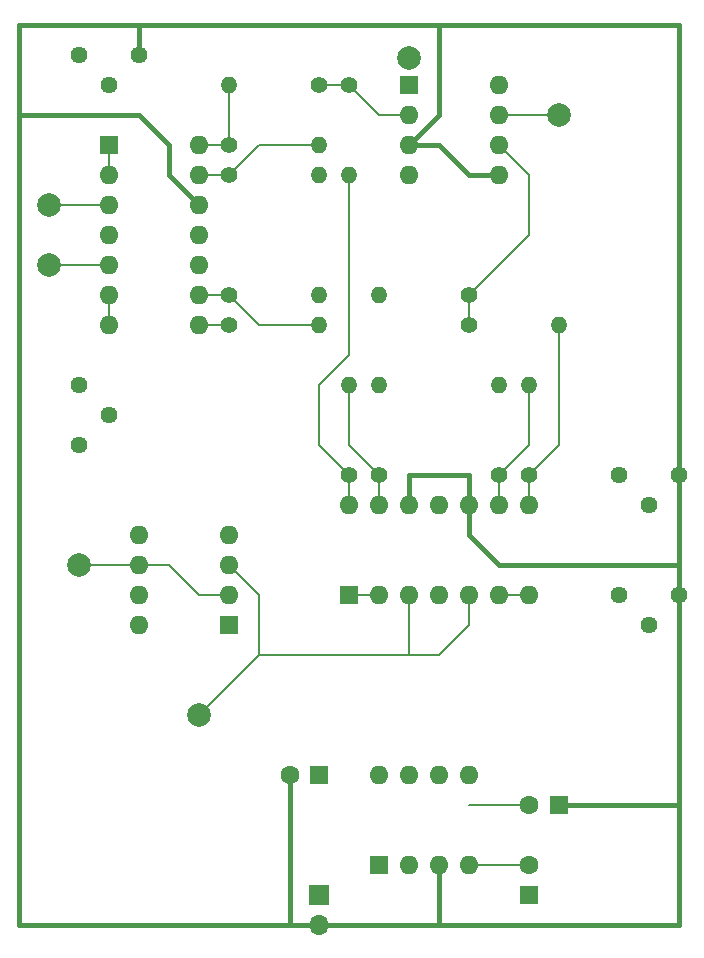
<source format=gbr>
%TF.GenerationSoftware,KiCad,Pcbnew,8.0.8*%
%TF.CreationDate,2025-02-20T08:22:17+09:00*%
%TF.ProjectId,kicad_patchBox,6b696361-645f-4706-9174-6368426f782e,rev?*%
%TF.SameCoordinates,Original*%
%TF.FileFunction,Copper,L2,Bot*%
%TF.FilePolarity,Positive*%
%FSLAX46Y46*%
G04 Gerber Fmt 4.6, Leading zero omitted, Abs format (unit mm)*
G04 Created by KiCad (PCBNEW 8.0.8) date 2025-02-20 08:22:17*
%MOMM*%
%LPD*%
G01*
G04 APERTURE LIST*
%TA.AperFunction,ComponentPad*%
%ADD10R,1.600000X1.600000*%
%TD*%
%TA.AperFunction,ComponentPad*%
%ADD11O,1.600000X1.600000*%
%TD*%
%TA.AperFunction,ComponentPad*%
%ADD12C,1.400000*%
%TD*%
%TA.AperFunction,ComponentPad*%
%ADD13O,1.400000X1.400000*%
%TD*%
%TA.AperFunction,ComponentPad*%
%ADD14C,1.600000*%
%TD*%
%TA.AperFunction,ComponentPad*%
%ADD15R,1.700000X1.700000*%
%TD*%
%TA.AperFunction,ComponentPad*%
%ADD16O,1.700000X1.700000*%
%TD*%
%TA.AperFunction,ComponentPad*%
%ADD17C,1.440000*%
%TD*%
%TA.AperFunction,ViaPad*%
%ADD18C,2.000000*%
%TD*%
%TA.AperFunction,Conductor*%
%ADD19C,0.200000*%
%TD*%
%TA.AperFunction,Conductor*%
%ADD20C,0.400000*%
%TD*%
G04 APERTURE END LIST*
D10*
%TO.P,U4,1*%
%TO.N,/WDL_Out*%
X165100000Y-43180000D03*
D11*
%TO.P,U4,2,-*%
%TO.N,Net-(U4A--)*%
X165100000Y-45720000D03*
%TO.P,U4,3,+*%
%TO.N,GND*%
X165100000Y-48260000D03*
%TO.P,U4,4,V-*%
%TO.N,-8V*%
X165100000Y-50800000D03*
%TO.P,U4,5,+*%
%TO.N,GND*%
X172720000Y-50800000D03*
%TO.P,U4,6,-*%
%TO.N,Net-(U4B--)*%
X172720000Y-48260000D03*
%TO.P,U4,7*%
%TO.N,/WDR_Out*%
X172720000Y-45720000D03*
%TO.P,U4,8,V+*%
%TO.N,+9V*%
X172720000Y-43180000D03*
%TD*%
D12*
%TO.P,R9,1*%
%TO.N,Net-(U4B--)*%
X170180000Y-60960000D03*
D13*
%TO.P,R9,2*%
%TO.N,/WetL_Inv*%
X162560000Y-60960000D03*
%TD*%
D12*
%TO.P,R4,1*%
%TO.N,/Dry2*%
X160020000Y-76200000D03*
D13*
%TO.P,R4,2*%
%TO.N,Net-(U1D--)*%
X160020000Y-68580000D03*
%TD*%
D12*
%TO.P,R12,1*%
%TO.N,Net-(U4A--)*%
X160020000Y-43180000D03*
D13*
%TO.P,R12,2*%
%TO.N,/Dry2*%
X160020000Y-50800000D03*
%TD*%
D12*
%TO.P,R5,1*%
%TO.N,Net-(U3D--)*%
X149860000Y-50800000D03*
D13*
%TO.P,R5,2*%
%TO.N,Net-(R5-Pad2)*%
X157480000Y-50800000D03*
%TD*%
D12*
%TO.P,R1,1*%
%TO.N,Net-(U1C--)*%
X172720000Y-76200000D03*
D13*
%TO.P,R1,2*%
%TO.N,Net-(R1-Pad2)*%
X172720000Y-68580000D03*
%TD*%
D10*
%TO.P,C3,1*%
%TO.N,GND*%
X177760000Y-104140000D03*
D14*
%TO.P,C3,2*%
%TO.N,-8V*%
X175260000Y-104140000D03*
%TD*%
D10*
%TO.P,U5,1,FB/SHDN*%
%TO.N,unconnected-(U5-FB{slash}SHDN-Pad1)*%
X162560000Y-109220000D03*
D11*
%TO.P,U5,2,CAP+*%
%TO.N,Net-(U5-CAP+)*%
X165100000Y-109220000D03*
%TO.P,U5,3,GND*%
%TO.N,GND*%
X167640000Y-109220000D03*
%TO.P,U5,4,CAP-*%
%TO.N,Net-(U5-CAP-)*%
X170180000Y-109220000D03*
%TO.P,U5,5,-VOUT*%
%TO.N,-8V*%
X170180000Y-101600000D03*
%TO.P,U5,6,VREF*%
%TO.N,unconnected-(U5-VREF-Pad6)*%
X167640000Y-101600000D03*
%TO.P,U5,7,OSC*%
%TO.N,unconnected-(U5-OSC-Pad7)*%
X165100000Y-101600000D03*
%TO.P,U5,8,V+*%
%TO.N,+9V*%
X162560000Y-101600000D03*
%TD*%
D12*
%TO.P,R8,1*%
%TO.N,/WetL_Inv*%
X149860000Y-63500000D03*
D13*
%TO.P,R8,2*%
%TO.N,Net-(U3C--)*%
X157480000Y-63500000D03*
%TD*%
D12*
%TO.P,R11,1*%
%TO.N,Net-(U4A--)*%
X157480000Y-43180000D03*
D13*
%TO.P,R11,2*%
%TO.N,/WetR_Inv*%
X149860000Y-43180000D03*
%TD*%
D12*
%TO.P,R7,1*%
%TO.N,Net-(U3C--)*%
X149860000Y-60960000D03*
D13*
%TO.P,R7,2*%
%TO.N,Net-(R7-Pad2)*%
X157480000Y-60960000D03*
%TD*%
D15*
%TO.P,J1,1,Pin_1*%
%TO.N,+9V*%
X157480000Y-111760000D03*
D16*
%TO.P,J1,2,Pin_2*%
%TO.N,GND*%
X157480000Y-114300000D03*
%TD*%
D10*
%TO.P,U2,1,NULL*%
%TO.N,unconnected-(U2-NULL-Pad1)*%
X149860000Y-88900000D03*
D11*
%TO.P,U2,2,-*%
%TO.N,/Dry_Buffered_Bypass*%
X149860000Y-86360000D03*
%TO.P,U2,3,+*%
%TO.N,/Dry_In*%
X149860000Y-83820000D03*
%TO.P,U2,4,V-*%
%TO.N,-8V*%
X149860000Y-81280000D03*
%TO.P,U2,5,NULL*%
%TO.N,unconnected-(U2-NULL-Pad5)*%
X142240000Y-81280000D03*
%TO.P,U2,6*%
%TO.N,/Dry_Buffered_Bypass*%
X142240000Y-83820000D03*
%TO.P,U2,7,V+*%
%TO.N,+9V*%
X142240000Y-86360000D03*
%TO.P,U2,8,NC*%
%TO.N,unconnected-(U2-NC-Pad8)*%
X142240000Y-88900000D03*
%TD*%
D17*
%TO.P,RV2,1,1*%
%TO.N,Net-(U1B--)*%
X182880000Y-86360000D03*
%TO.P,RV2,2,2*%
%TO.N,Net-(R1-Pad2)*%
X185420000Y-88900000D03*
%TO.P,RV2,3,3*%
%TO.N,GND*%
X187960000Y-86360000D03*
%TD*%
D10*
%TO.P,U3,1*%
%TO.N,Net-(U3A--)*%
X139700000Y-48255000D03*
D11*
%TO.P,U3,2,-*%
X139700000Y-50795000D03*
%TO.P,U3,3,+*%
%TO.N,/Wet_Right_In*%
X139700000Y-53335000D03*
%TO.P,U3,4,V+*%
%TO.N,+9V*%
X139700000Y-55875000D03*
%TO.P,U3,5,+*%
%TO.N,/Wet_Left_In*%
X139700000Y-58415000D03*
%TO.P,U3,6,-*%
%TO.N,Net-(U3B--)*%
X139700000Y-60955000D03*
%TO.P,U3,7*%
X139700000Y-63495000D03*
%TO.P,U3,8*%
%TO.N,/WetL_Inv*%
X147320000Y-63495000D03*
%TO.P,U3,9,-*%
%TO.N,Net-(U3C--)*%
X147320000Y-60955000D03*
%TO.P,U3,10,+*%
%TO.N,GND*%
X147320000Y-58415000D03*
%TO.P,U3,11,V-*%
%TO.N,-8V*%
X147320000Y-55875000D03*
%TO.P,U3,12,+*%
%TO.N,GND*%
X147320000Y-53335000D03*
%TO.P,U3,13,-*%
%TO.N,Net-(U3D--)*%
X147320000Y-50795000D03*
%TO.P,U3,14*%
%TO.N,/WetR_Inv*%
X147320000Y-48255000D03*
%TD*%
D10*
%TO.P,U1,1*%
%TO.N,Net-(U1A--)*%
X160020000Y-86360000D03*
D11*
%TO.P,U1,2,-*%
X162560000Y-86360000D03*
%TO.P,U1,3,+*%
%TO.N,/Dry_In*%
X165100000Y-86360000D03*
%TO.P,U1,4,V+*%
%TO.N,+9V*%
X167640000Y-86360000D03*
%TO.P,U1,5,+*%
%TO.N,/Dry_In*%
X170180000Y-86360000D03*
%TO.P,U1,6,-*%
%TO.N,Net-(U1B--)*%
X172720000Y-86360000D03*
%TO.P,U1,7*%
X175260000Y-86360000D03*
%TO.P,U1,8*%
%TO.N,/Dry1*%
X175260000Y-78740000D03*
%TO.P,U1,9,-*%
%TO.N,Net-(U1C--)*%
X172720000Y-78740000D03*
%TO.P,U1,10,+*%
%TO.N,GND*%
X170180000Y-78740000D03*
%TO.P,U1,11,V-*%
%TO.N,-8V*%
X167640000Y-78740000D03*
%TO.P,U1,12,+*%
%TO.N,GND*%
X165100000Y-78740000D03*
%TO.P,U1,13,-*%
%TO.N,Net-(U1D--)*%
X162560000Y-78740000D03*
%TO.P,U1,14*%
%TO.N,/Dry2*%
X160020000Y-78740000D03*
%TD*%
D17*
%TO.P,RV4,1,1*%
%TO.N,Net-(U3B--)*%
X137160000Y-73660000D03*
%TO.P,RV4,2,2*%
%TO.N,Net-(R7-Pad2)*%
X139700000Y-71120000D03*
%TO.P,RV4,3,3*%
%TO.N,GND*%
X137160000Y-68580000D03*
%TD*%
D12*
%TO.P,R3,1*%
%TO.N,Net-(U1D--)*%
X162560000Y-76200000D03*
D13*
%TO.P,R3,2*%
%TO.N,Net-(R3-Pad2)*%
X162560000Y-68580000D03*
%TD*%
D10*
%TO.P,C1,1*%
%TO.N,Net-(U5-CAP+)*%
X175260000Y-111720000D03*
D14*
%TO.P,C1,2*%
%TO.N,Net-(U5-CAP-)*%
X175260000Y-109220000D03*
%TD*%
D10*
%TO.P,C2,1*%
%TO.N,+9V*%
X157480000Y-101600000D03*
D14*
%TO.P,C2,2*%
%TO.N,GND*%
X154980000Y-101600000D03*
%TD*%
D17*
%TO.P,RV1,1,1*%
%TO.N,Net-(U1A--)*%
X182880000Y-76200000D03*
%TO.P,RV1,2,2*%
%TO.N,Net-(R3-Pad2)*%
X185420000Y-78740000D03*
%TO.P,RV1,3,3*%
%TO.N,GND*%
X187960000Y-76200000D03*
%TD*%
D12*
%TO.P,R10,1*%
%TO.N,Net-(U4B--)*%
X170180000Y-63500000D03*
D13*
%TO.P,R10,2*%
%TO.N,/Dry1*%
X177800000Y-63500000D03*
%TD*%
D17*
%TO.P,RV3,1,1*%
%TO.N,Net-(U3A--)*%
X137160000Y-40640000D03*
%TO.P,RV3,2,2*%
%TO.N,Net-(R5-Pad2)*%
X139700000Y-43180000D03*
%TO.P,RV3,3,3*%
%TO.N,GND*%
X142240000Y-40640000D03*
%TD*%
D12*
%TO.P,R2,1*%
%TO.N,/Dry1*%
X175260000Y-76200000D03*
D13*
%TO.P,R2,2*%
%TO.N,Net-(U1C--)*%
X175260000Y-68580000D03*
%TD*%
D12*
%TO.P,R6,1*%
%TO.N,/WetR_Inv*%
X149860000Y-48260000D03*
D13*
%TO.P,R6,2*%
%TO.N,Net-(U3D--)*%
X157480000Y-48260000D03*
%TD*%
D18*
%TO.N,/Dry_Buffered_Bypass*%
X137160000Y-83820000D03*
%TO.N,/Dry_In*%
X147320000Y-96520000D03*
%TO.N,/Wet_Left_In*%
X134620000Y-58420000D03*
%TO.N,/Wet_Right_In*%
X134620000Y-53340000D03*
%TO.N,/WDR_Out*%
X177800000Y-45720000D03*
%TO.N,/WDL_Out*%
X165100000Y-40900000D03*
%TD*%
D19*
%TO.N,/Wet_Left_In*%
X139700000Y-58415000D02*
X134625000Y-58415000D01*
X134625000Y-58415000D02*
X134620000Y-58420000D01*
%TO.N,/Wet_Right_In*%
X134620000Y-53340000D02*
X134625000Y-53335000D01*
X134625000Y-53335000D02*
X139700000Y-53335000D01*
%TO.N,/Dry_In*%
X165100000Y-91440000D02*
X162560000Y-91440000D01*
X167640000Y-91440000D02*
X165100000Y-91440000D01*
X165100000Y-91440000D02*
X165100000Y-88900000D01*
X149860000Y-83820000D02*
X152400000Y-86360000D01*
X152400000Y-86360000D02*
X152400000Y-91440000D01*
%TO.N,/Dry_Buffered_Bypass*%
X144780000Y-83820000D02*
X147320000Y-86360000D01*
X142240000Y-83820000D02*
X144780000Y-83820000D01*
X147320000Y-86360000D02*
X149860000Y-86360000D01*
X142240000Y-83820000D02*
X137160000Y-83820000D01*
%TO.N,/Dry_In*%
X147320000Y-96520000D02*
X152400000Y-91440000D01*
X152400000Y-91440000D02*
X162560000Y-91440000D01*
D20*
%TO.N,GND*%
X166240000Y-38100000D02*
X167640000Y-38100000D01*
X167640000Y-38100000D02*
X187960000Y-38100000D01*
X167640000Y-45720000D02*
X167640000Y-38100000D01*
X165100000Y-48260000D02*
X167640000Y-45720000D01*
X187960000Y-38100000D02*
X187960000Y-76200000D01*
X142240000Y-38100000D02*
X166240000Y-38100000D01*
D19*
%TO.N,/WDR_Out*%
X177800000Y-45720000D02*
X172720000Y-45720000D01*
D20*
%TO.N,GND*%
X187960000Y-86360000D02*
X187960000Y-83820000D01*
X187960000Y-83820000D02*
X187960000Y-76200000D01*
X170180000Y-78740000D02*
X170180000Y-81280000D01*
X172720000Y-83820000D02*
X187960000Y-83820000D01*
X170180000Y-81280000D02*
X172720000Y-83820000D01*
X165100000Y-76200000D02*
X170180000Y-76200000D01*
X165100000Y-78740000D02*
X165100000Y-76200000D01*
X170180000Y-76200000D02*
X170180000Y-78740000D01*
X187960000Y-104140000D02*
X187960000Y-86360000D01*
X187960000Y-114300000D02*
X187960000Y-104140000D01*
X167640000Y-114300000D02*
X187960000Y-114300000D01*
X187960000Y-104140000D02*
X177760000Y-104140000D01*
X167640000Y-48260000D02*
X170180000Y-50800000D01*
X165100000Y-48260000D02*
X167640000Y-48260000D01*
X170180000Y-50800000D02*
X172720000Y-50800000D01*
X132080000Y-38100000D02*
X142240000Y-38100000D01*
X132080000Y-45720000D02*
X132080000Y-38100000D01*
X142240000Y-38100000D02*
X142240000Y-40640000D01*
X144785000Y-50800000D02*
X144780000Y-50800000D01*
X144780000Y-50800000D02*
X144780000Y-48260000D01*
X144780000Y-48260000D02*
X142240000Y-45720000D01*
X132080000Y-45720000D02*
X132080000Y-114300000D01*
X142240000Y-45720000D02*
X132080000Y-45720000D01*
X147320000Y-53335000D02*
X144785000Y-50800000D01*
X154940000Y-114300000D02*
X132080000Y-114300000D01*
X157480000Y-114300000D02*
X167640000Y-114300000D01*
X167640000Y-114300000D02*
X167640000Y-109220000D01*
X154980000Y-114260000D02*
X154940000Y-114300000D01*
X154980000Y-101600000D02*
X154980000Y-114260000D01*
X154940000Y-114300000D02*
X157480000Y-114300000D01*
D19*
%TO.N,Net-(U5-CAP-)*%
X170180000Y-109220000D02*
X175260000Y-109220000D01*
%TO.N,/Dry_In*%
X170180000Y-88900000D02*
X167640000Y-91440000D01*
X170180000Y-86360000D02*
X170180000Y-88900000D01*
X165100000Y-88900000D02*
X165100000Y-86360000D01*
%TO.N,Net-(U1D--)*%
X162560000Y-76200000D02*
X162560000Y-78740000D01*
X160020000Y-73660000D02*
X162560000Y-76200000D01*
X160020000Y-68580000D02*
X160020000Y-73660000D01*
%TO.N,/Dry2*%
X160020000Y-66040000D02*
X160020000Y-50800000D01*
X160020000Y-76200000D02*
X157480000Y-73660000D01*
X157480000Y-68580000D02*
X160020000Y-66040000D01*
X157480000Y-73660000D02*
X157480000Y-68580000D01*
X160020000Y-76200000D02*
X160020000Y-78740000D01*
%TO.N,Net-(U1C--)*%
X175260000Y-73660000D02*
X175260000Y-68580000D01*
X172720000Y-78740000D02*
X172720000Y-76200000D01*
X172720000Y-76200000D02*
X175260000Y-73660000D01*
%TO.N,/Dry1*%
X175260000Y-76200000D02*
X177800000Y-73660000D01*
X177800000Y-73660000D02*
X177800000Y-63500000D01*
X175260000Y-78740000D02*
X175260000Y-76200000D01*
%TO.N,Net-(U3C--)*%
X149855000Y-60955000D02*
X149860000Y-60960000D01*
X152400000Y-63500000D02*
X149860000Y-60960000D01*
X147320000Y-60955000D02*
X149855000Y-60955000D01*
X157480000Y-63500000D02*
X152400000Y-63500000D01*
%TO.N,/WetR_Inv*%
X149860000Y-48260000D02*
X149860000Y-43180000D01*
X149855000Y-48255000D02*
X149860000Y-48260000D01*
X147320000Y-48255000D02*
X149855000Y-48255000D01*
%TO.N,Net-(U3D--)*%
X147320000Y-50795000D02*
X149855000Y-50795000D01*
X149855000Y-50795000D02*
X149860000Y-50800000D01*
X152400000Y-48260000D02*
X149860000Y-50800000D01*
X157480000Y-48260000D02*
X152400000Y-48260000D01*
%TO.N,/WetL_Inv*%
X147320000Y-63495000D02*
X149855000Y-63495000D01*
X149855000Y-63495000D02*
X149860000Y-63500000D01*
%TO.N,Net-(U4A--)*%
X157480000Y-43180000D02*
X160020000Y-43180000D01*
X160020000Y-43180000D02*
X162560000Y-45720000D01*
X162560000Y-45720000D02*
X165100000Y-45720000D01*
%TO.N,Net-(U4B--)*%
X175260000Y-55880000D02*
X175260000Y-50800000D01*
X170180000Y-63500000D02*
X170180000Y-60960000D01*
X175260000Y-50800000D02*
X172720000Y-48260000D01*
X170180000Y-60960000D02*
X175260000Y-55880000D01*
%TO.N,Net-(U1A--)*%
X160020000Y-86360000D02*
X162560000Y-86360000D01*
%TO.N,Net-(U3B--)*%
X139700000Y-60955000D02*
X139700000Y-63495000D01*
%TO.N,Net-(U3A--)*%
X139700000Y-50795000D02*
X139700000Y-48255000D01*
%TO.N,Net-(U1B--)*%
X172720000Y-86360000D02*
X175260000Y-86360000D01*
%TO.N,-8V*%
X175260000Y-104140000D02*
X170180000Y-104140000D01*
%TD*%
M02*

</source>
